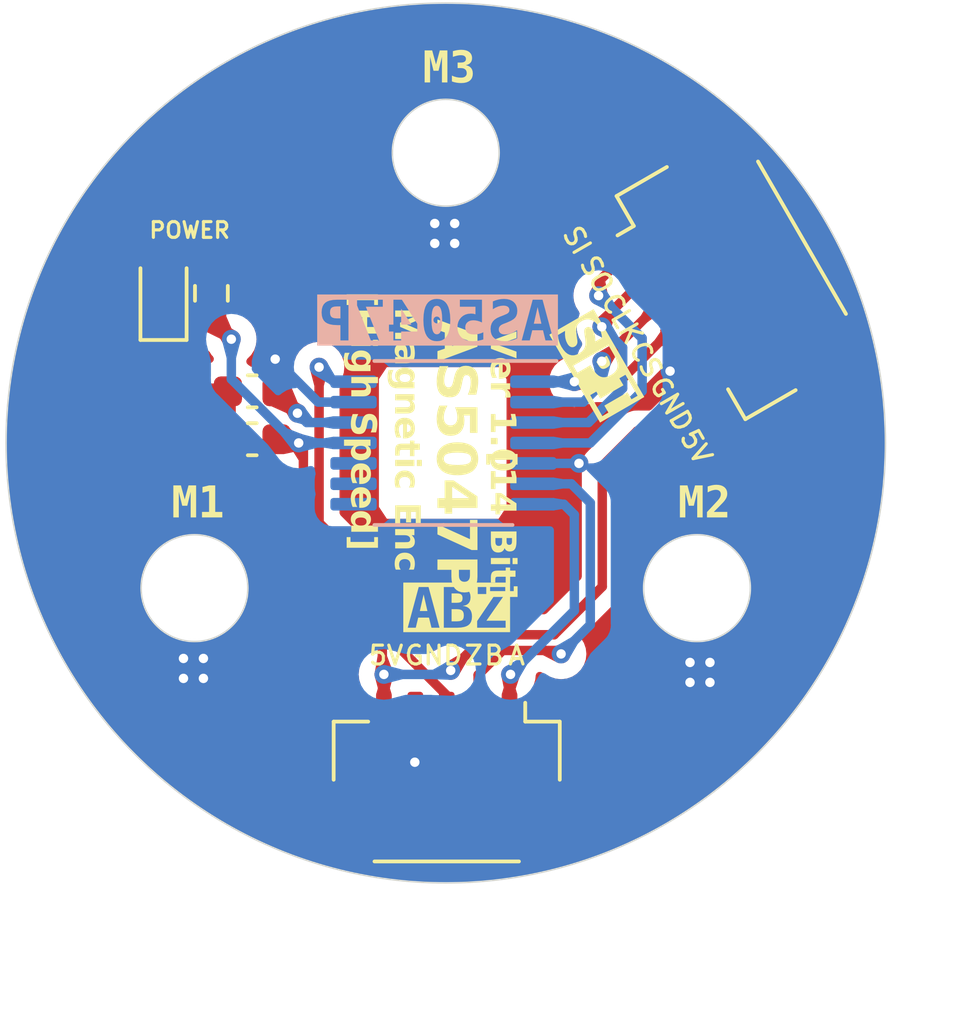
<source format=kicad_pcb>
(kicad_pcb (version 20221018) (generator pcbnew)
  (layers (0 "F.Cu" signal) (31 "B.Cu" signal) (34 "B.Paste" user) (35 "F.Paste" user) (36 "B.SilkS" user "B.Silkscreen") (37 "F.SilkS" user "F.Silkscreen") (38 "B.Mask" user) (39 "F.Mask" user) (44 "Edge.Cuts" user))
  (net 0 "")
  (net 1 "GND")
  (net 2 "+5V")
  (net 3 "Net-(U1-VDD3V3)")
  (net 4 "/A")
  (net 5 "/B")
  (net 6 "/Z")
  (net 7 "/MOSI")
  (net 8 "/MISO")
  (net 9 "/CLK")
  (net 10 "/CS")
  (net 14 "Net-(D1-A)")
  (footprint "LED_SMD:LED_0603_1608Metric" (layer "F.Cu") (at 127.635 92.52 90)
    (fp_text reference "D1" hide)
    (fp_text value "Yellow LED")
    (fp_line (start -1.485 -0.735) (end -1.485 0.735) (stroke (width 0.12)) (layer "F.SilkS"))
    (fp_line (start -1.485 0.735) (end 0.8 0.735) (stroke (width 0.12)) (layer "F.SilkS"))
    (fp_line (start 0.8 -0.735) (end -1.485 -0.735) (stroke (width 0.12)) (layer "F.SilkS"))
    (pad "1" smd roundrect (at -0.7875 0 90) (size 0.875 0.95) (layers "F.Cu" "F.Paste" "F.Mask") (net 1 "GND"))
    (pad "2" smd roundrect (at 0.7875 0 90) (size 0.875 0.95) (layers "F.Cu" "F.Paste" "F.Mask") (net 14 "Net-(D1-A)"))
  )
  (footprint "3rd_Connector_JST_SMD:CONN-SMD_1x6P-P1.0-H_WAFER-SH1.0-6PWB" (layer "F.Cu") (at 145.669 92.075 -60)
    (fp_text reference "J2" hide)
    (fp_text value "CONN_1x5P")
    (fp_line (start -4.1 -0.05) (end -4.1 1.8) (stroke (width 0.12)) (layer "F.SilkS"))
    (fp_line (start -4.1 1.8) (end -3 1.8) (stroke (width 0.12)) (layer "F.SilkS"))
    (fp_line (start -3 1.8) (end -3 2.4) (stroke (width 0.12)) (layer "F.SilkS"))
    (fp_line (start -2.8 -2.65) (end 2.8 -2.65) (stroke (width 0.12)) (layer "F.SilkS"))
    (fp_line (start 4.1 1.8) (end 3 1.8) (stroke (width 0.12)) (layer "F.SilkS"))
    (fp_line (start 4.1 1.8) (end 4.1 -0.05) (stroke (width 0.12)) (layer "F.SilkS"))
    (pad "1" smd roundrect (at -2.5 1.9 300) (size 0.5 1.7) (layers "F.Cu" "F.Paste" "F.Mask") (roundrect_rratio 0.2) (net 7 "/MOSI"))
    (pad "2" smd roundrect (at -1.5 1.9 300) (size 0.5 1.7) (layers "F.Cu" "F.Paste" "F.Mask") (roundrect_rratio 0.1666666667) (net 8 "/MISO"))
    (pad "3" smd roundrect (at -0.5 1.9 300) (size 0.5 1.7) (layers "F.Cu" "F.Paste" "F.Mask") (roundrect_rratio 0.2) (net 9 "/CLK"))
    (pad "4" smd roundrect (at 0.5 1.9 300) (size 0.5 1.7) (layers "F.Cu" "F.Paste" "F.Mask") (roundrect_rratio 0.2) (net 10 "/CS"))
    (pad "5" smd roundrect (at 1.5 1.9 300) (size 0.5 1.7) (layers "F.Cu" "F.Paste" "F.Mask") (roundrect_rratio 0.2) (net 1 "GND"))
    (pad "6" smd roundrect (at 2.5 1.9 300) (size 0.5 1.7) (layers "F.Cu" "F.Paste" "F.Mask") (roundrect_rratio 0.2) (net 2 "+5V"))
    (pad "MP1" smd roundrect (at -3.6 -1.5 300) (size 1.2 2.5) (layers "F.Cu" "F.Paste" "F.Mask") (roundrect_rratio 0.1666666667))
    (pad "MP2" smd roundrect (at 3.6 -1.5 300) (size 1.2 2.5) (layers "F.Cu" "F.Paste" "F.Mask") (roundrect_rratio 0.1666666667))
  )
  (footprint "3rd_Connector_JST_SMD:CONN-SMD_1x5P-P1.0-H_WAFER-SH1.0-5PWB" (layer "F.Cu") (at 136.652 107.95 180)
    (fp_text reference "J1" hide)
    (fp_text value "CONN_1x5P")
    (fp_line (start -3.6 -0.05) (end -3.6 1.8) (stroke (width 0.12)) (layer "F.SilkS"))
    (fp_line (start -3.6 1.8) (end -2.5 1.8) (stroke (width 0.12)) (layer "F.SilkS"))
    (fp_line (start -2.5 1.8) (end -2.5 2.4) (stroke (width 0.12)) (layer "F.SilkS"))
    (fp_line (start -2.3 -2.65) (end 2.3 -2.65) (stroke (width 0.12)) (layer "F.SilkS"))
    (fp_line (start 3.6 1.8) (end 2.5 1.8) (stroke (width 0.12)) (layer "F.SilkS"))
    (fp_line (start 3.6 1.8) (end 3.6 -0.05) (stroke (width 0.12)) (layer "F.SilkS"))
    (pad "1" smd roundrect (at -2 1.9 180) (size 0.5 1.7) (layers "F.Cu" "F.Paste" "F.Mask") (roundrect_rratio 0.2) (net 4 "/A"))
    (pad "2" smd roundrect (at -1 1.9 180) (size 0.5 1.7) (layers "F.Cu" "F.Paste" "F.Mask") (roundrect_rratio 0.2) (net 5 "/B"))
    (pad "3" smd roundrect (at 0 1.9 180) (size 0.5 1.7) (layers "F.Cu" "F.Paste" "F.Mask") (roundrect_rratio 0.2) (net 6 "/Z"))
    (pad "4" smd roundrect (at 1 1.9 180) (size 0.5 1.7) (layers "F.Cu" "F.Paste" "F.Mask") (roundrect_rratio 0.2) (net 1 "GND"))
    (pad "5" smd roundrect (at 2 1.9 180) (size 0.5 1.7) (layers "F.Cu" "F.Paste" "F.Mask") (roundrect_rratio 0.2) (net 2 "+5V"))
    (pad "MP1" smd roundrect (at -3.1 -1.5 180) (size 1.2 2.5) (layers "F.Cu" "F.Paste" "F.Mask") (roundrect_rratio 0.1666666667))
    (pad "MP2" smd roundrect (at 3.1 -1.5 180) (size 1.2 2.5) (layers "F.Cu" "F.Paste" "F.Mask") (roundrect_rratio 0.1666666667))
  )
  (footprint "Resistor_SMD:R_0603_1608Metric" (layer "F.Cu") (at 129.159 92.52 90)
    (fp_text reference "R1" hide)
    (fp_text value "1K")
    (fp_line (start -0.237258 -0.5225) (end 0.237258 -0.5225) (stroke (width 0.12)) (layer "F.SilkS"))
    (fp_line (start -0.237258 0.5225) (end 0.237258 0.5225) (stroke (width 0.12)) (layer "F.SilkS"))
    (pad "1" smd roundrect (at -0.825 0 90) (size 0.8 0.95) (layers "F.Cu" "F.Paste" "F.Mask") (net 2 "+5V"))
    (pad "2" smd roundrect (at 0.825 0 90) (size 0.8 0.95) (layers "F.Cu" "F.Paste" "F.Mask") (net 14 "Net-(D1-A)"))
  )
  (footprint "Capacitor_SMD:C_0603_1608Metric" (layer "F.Cu") (at 130.46 95.639 180)
    (fp_text reference "C2" hide)
    (fp_text value "1uF")
    (fp_line (start -0.14058 -0.51) (end 0.14058 -0.51) (stroke (width 0.12)) (layer "F.SilkS"))
    (fp_line (start -0.14058 0.51) (end 0.14058 0.51) (stroke (width 0.12)) (layer "F.SilkS"))
    (pad "1" smd roundrect (at -0.775 0 180) (size 0.9 0.95) (layers "F.Cu" "F.Paste" "F.Mask") (net 3 "Net-(U1-VDD3V3)"))
    (pad "2" smd roundrect (at 0.775 0 180) (size 0.9 0.95) (layers "F.Cu" "F.Paste" "F.Mask") (net 1 "GND"))
  )
  (footprint "Capacitor_SMD:C_0603_1608Metric" (layer "F.Cu") (at 130.46 97.163)
    (fp_text reference "C1" hide)
    (fp_text value "0.1uF")
    (fp_line (start -0.14058 -0.51) (end 0.14058 -0.51) (stroke (width 0.12)) (layer "F.SilkS"))
    (fp_line (start -0.14058 0.51) (end 0.14058 0.51) (stroke (width 0.12)) (layer "F.SilkS"))
    (pad "1" smd roundrect (at -0.775 0) (size 0.9 0.95) (layers "F.Cu" "F.Paste" "F.Mask") (net 1 "GND"))
    (pad "2" smd roundrect (at 0.775 0) (size 0.9 0.95) (layers "F.Cu" "F.Paste" "F.Mask") (net 2 "+5V"))
  )
  (footprint "Package_SO:TSSOP-14_4.4x5mm_P0.65mm" (layer "B.Cu") (at 136.548 97.282 180)
    (fp_text reference "U1" hide)
    (fp_text value "AS5047D")
    (fp_line (start 0 -2.61) (end -2.2 -2.61) (stroke (width 0.12)) (layer "B.SilkS"))
    (fp_line (start 0 -2.61) (end 2.2 -2.61) (stroke (width 0.12)) (layer "B.SilkS"))
    (fp_line (start 0 2.61) (end -3.6 2.61) (stroke (width 0.12)) (layer "B.SilkS"))
    (fp_line (start 0 2.61) (end 2.2 2.61) (stroke (width 0.12)) (layer "B.SilkS"))
    (pad "1" smd roundrect (at -2.8625 1.95 180) (size 1.475 0.4) (layers "B.Cu" "B.Paste" "B.Mask") (net 10 "/CS"))
    (pad "2" smd roundrect (at -2.8625 1.3 180) (size 1.475 0.4) (layers "B.Cu" "B.Paste" "B.Mask") (net 9 "/CLK"))
    (pad "3" smd roundrect (at -2.8625 0.65 180) (size 1.475 0.4) (layers "B.Cu" "B.Paste" "B.Mask") (net 8 "/MISO"))
    (pad "4" smd roundrect (at -2.8625 0 180) (size 1.475 0.4) (layers "B.Cu" "B.Paste" "B.Mask") (net 7 "/MOSI"))
    (pad "5" smd roundrect (at -2.8625 -0.65 180) (size 1.475 0.4) (layers "B.Cu" "B.Paste" "B.Mask") (net 1 "GND"))
    (pad "6" smd roundrect (at -2.8625 -1.3 180) (size 1.475 0.4) (layers "B.Cu" "B.Paste" "B.Mask") (net 5 "/B"))
    (pad "7" smd roundrect (at -2.8625 -1.95 180) (size 1.475 0.4) (layers "B.Cu" "B.Paste" "B.Mask") (net 4 "/A"))
    (pad "8" smd roundrect (at 2.8625 -1.95 180) (size 1.475 0.4) (layers "B.Cu" "B.Paste" "B.Mask"))
    (pad "9" smd roundrect (at 2.8625 -1.3 180) (size 1.475 0.4) (layers "B.Cu" "B.Paste" "B.Mask"))
    (pad "10" smd roundrect (at 2.8625 -0.65 180) (size 1.475 0.4) (layers "B.Cu" "B.Paste" "B.Mask"))
    (pad "11" smd roundrect (at 2.8625 0 180) (size 1.475 0.4) (layers "B.Cu" "B.Paste" "B.Mask") (net 2 "+5V"))
    (pad "12" smd roundrect (at 2.8625 0.65 180) (size 1.475 0.4) (layers "B.Cu" "B.Paste" "B.Mask") (net 3 "Net-(U1-VDD3V3)"))
    (pad "13" smd roundrect (at 2.8625 1.3 180) (size 1.475 0.4) (layers "B.Cu" "B.Paste" "B.Mask") (net 1 "GND"))
    (pad "14" smd roundrect (at 2.8625 1.95 180) (size 1.475 0.4) (layers "B.Cu" "B.Paste" "B.Mask") (net 6 "/Z"))
  )
  (gr_circle (center 144.620802 101.901802) (end 144.620802 100.201802) (stroke (width 0.05)) (fill none) (layer "Edge.Cuts"))
  (gr_circle (center 128.620802 101.901802) (end 128.620802 100.201802) (stroke (width 0.05)) (fill none) (layer "Edge.Cuts"))
  (gr_circle (center 136.620802 88.045397) (end 136.620802 86.345396) (stroke (width 0.05)) (fill none) (layer "Edge.Cuts"))
  (gr_circle (center 136.620802 97.283) (end 136.620802 83.283) (stroke (width 0.05)) (fill none) (layer "Edge.Cuts"))
  (gr_text "AS5047P" (at 140.081 94.234) (layer "B.SilkS" knockout) (effects (font (size 1.27 1.27) (thickness 0.2) bold) (justify left bottom mirror)))
  (gr_text "M1" (at 127.889 99.822) (layer "F.SilkS") (effects (font (size 1 1) (thickness 0.2) bold) (justify left bottom)))
  (gr_text "SI" (at 140.248867 90.58108 -60) (layer "F.SilkS") (effects (font (size 0.6 0.6) (thickness 0.1)) (justify left bottom)))
  (gr_text "[14 Bit]" (at 137.922 97.536 -90) (layer "F.SilkS") (effects (font (size 0.8 0.8) (thickness 0.1) bold italic) (justify left bottom)))
  (gr_text "CS" (at 142.360161 94.237948 -60) (layer "F.SilkS") (effects (font (size 0.6 0.6) (thickness 0.1)) (justify left bottom)))
  (gr_text "AS5047P" (at 136.144001 93.345003 -90) (layer "F.SilkS") (effects (font (size 1.25 1.25) (thickness 0.1) bold italic) (justify left bottom)))
  (gr_text "SO" (at 140.792569 91.522797 -60) (layer "F.SilkS") (effects (font (size 0.6 0.6) (thickness 0.1)) (justify left bottom)))
  (gr_text "CLK" (at 141.478 92.71 -60) (layer "F.SilkS") (effects (font (size 0.6 0.6) (thickness 0.1)) (justify left bottom)))
  (gr_text "5V" (at 143.98108 97.045461 -60) (layer "F.SilkS") (effects (font (size 0.6 0.6) (thickness 0.1)) (justify left bottom)))
  (gr_text "GND" (at 135.255 104.394) (layer "F.SilkS") (effects (font (size 0.6 0.6) (thickness 0.1)) (justify left bottom)))
  (gr_text "Z" (at 137.16 104.394) (layer "F.SilkS") (effects (font (size 0.6 0.6) (thickness 0.1)) (justify left bottom)))
  (gr_text "GND" (at 143.013845 95.370162 -60) (layer "F.SilkS") (effects (font (size 0.6 0.6) (thickness 0.1)) (justify left bottom)))
  (gr_text "SPI" (at 139.8905 93.885808 -60) (layer "F.SilkS" knockout) (effects (font (size 1.27 1.27) (thickness 0.2) bold) (justify left bottom)))
  (gr_text "ABZ" (at 135.382 103.378) (layer "F.SilkS" knockout) (effects (font (size 1.27 1.27) (thickness 0.2) bold) (justify left bottom)))
  (gr_text "[High Speed]" (at 133.476999 92.456 -90) (layer "F.SilkS") (effects (font (size 0.8 0.8) (thickness 0.1) bold italic) (justify left bottom)))
  (gr_text "Ver 1.0" (at 137.921999 93.726003 -90) (layer "F.SilkS") (effects (font (size 0.8 0.8) (thickness 0.1) bold italic) (justify left bottom)))
  (gr_text "5V" (at 134.112 104.394) (layer "F.SilkS") (effects (font (size 0.6 0.6) (thickness 0.1)) (justify left bottom)))
  (gr_text "POWER" (at 127.127 90.805) (layer "F.SilkS") (effects (font (size 0.5 0.5) (thickness 0.1)) (justify left bottom)))
  (gr_text "B" (at 137.795 104.394) (layer "F.SilkS") (effects (font (size 0.6 0.6) (thickness 0.1)) (justify left bottom)))
  (gr_text "M2" (at 144.018 99.822) (layer "F.SilkS") (effects (font (size 1 1) (thickness 0.2) bold) (justify left bottom)))
  (gr_text "A" (at 138.557 104.394) (layer "F.SilkS") (effects (font (size 0.6 0.6) (thickness 0.1)) (justify left bottom)))
  (gr_text "M3" (at 135.89 85.979) (layer "F.SilkS") (effects (font (size 1 1) (thickness 0.2) bold) (justify left bottom)))
  (gr_text "Magnetic Enc" (at 134.874 92.964 -90) (layer "F.SilkS") (effects (font (size 0.8 0.8) (thickness 0.1) bold italic) (justify left bottom)))
  (segment (start 143.764 94.996) (end 143.891 94.996) (width 0.3) (layer "F.Cu") (net 1))
  (segment (start 135.652 106.05) (end 135.652 107.426) (width 0.3) (layer "F.Cu") (net 1))
  (segment (start 135.652 107.426) (end 135.636 107.442) (width 0.3) (layer "F.Cu") (net 1))
  (segment (start 143.891 94.996) (end 144.562962 94.324038) (width 0.3) (layer "F.Cu") (net 1))
  (segment (start 144.562962 94.324038) (end 144.773552 94.324038) (width 0.3) (layer "F.Cu") (net 1))
  (via (at 143.764 94.996) (size 0.6) (drill 0.3) (layers "F.Cu" "B.Cu") (net 1))
  (via (at 140.863359 97.9315) (size 0.6) (drill 0.3) (layers "F.Cu" "B.Cu") (net 1))
  (via (at 136.906 90.297) (size 0.6) (drill 0.3) (layers "F.Cu" "B.Cu") (net 1))
  (via (at 135.636 107.442) (size 0.6) (drill 0.3) (layers "F.Cu" "B.Cu") (net 1))
  (via (at 136.271 90.297) (size 0.6) (drill 0.3) (layers "F.Cu" "B.Cu") (net 1))
  (via (at 128.27 104.14) (size 0.6) (drill 0.3) (layers "F.Cu" "B.Cu") (net 1))
  (via (at 145.034 104.902) (size 0.6) (drill 0.3) (layers "F.Cu" "B.Cu") (net 1))
  (via (at 128.905 104.14) (size 0.6) (drill 0.3) (layers "F.Cu" "B.Cu") (net 1))
  (via (at 128.27 104.775) (size 0.6) (drill 0.3) (layers "F.Cu" "B.Cu") (net 1))
  (via (at 131.191 94.615) (size 0.6) (drill 0.3) (layers "F.Cu" "B.Cu") (net 1))
  (via (at 128.905 104.775) (size 0.6) (drill 0.3) (layers "F.Cu" "B.Cu") (net 1))
  (via (at 136.271 90.932) (size 0.6) (drill 0.3) (layers "F.Cu" "B.Cu") (net 1))
  (via (at 145.034 104.267) (size 0.6) (drill 0.3) (layers "F.Cu" "B.Cu") (net 1))
  (via (at 144.399 104.267) (size 0.6) (drill 0.3) (layers "F.Cu" "B.Cu") (net 1))
  (via (at 144.399 104.902) (size 0.6) (drill 0.3) (layers "F.Cu" "B.Cu") (net 1))
  (via (at 136.906 90.932) (size 0.6) (drill 0.3) (layers "F.Cu" "B.Cu") (net 1))
  (segment (start 132.558 95.982) (end 133.5355 95.982) (width 0.3) (layer "B.Cu") (net 1))
  (segment (start 140.863359 97.9315) (end 140.862859 97.932) (width 0.3) (layer "B.Cu") (net 1))
  (segment (start 131.191 94.615) (end 132.558 95.982) (width 0.3) (layer "B.Cu") (net 1))
  (segment (start 140.862859 97.932) (end 139.2605 97.932) (width 0.3) (layer "B.Cu") (net 1))
  (segment (start 132.088 97.4315) (end 132.088 100.029107) (width 0.3) (layer "F.Cu") (net 2))
  (segment (start 134.652 104.648) (end 134.652 106.05) (width 0.3) (layer "F.Cu") (net 2))
  (segment (start 131.354 97.282) (end 131.235 97.163) (width 0.3) (layer "F.Cu") (net 2))
  (segment (start 142.717761 96.901) (end 143.409308 96.901) (width 0.3) (layer "F.Cu") (net 2))
  (segment (start 137.914 103.386) (end 140.073 103.386) (width 0.3) (layer "F.Cu") (net 2))
  (segment (start 129.794 93.98) (end 129.159 93.345) (width 0.3) (layer "F.Cu") (net 2))
  (segment (start 131.9385 97.282) (end 132.088 97.4315) (width 0.3) (layer "F.Cu") (net 2))
  (segment (start 131.9385 97.282) (end 131.354 97.282) (width 0.3) (layer "F.Cu") (net 2))
  (segment (start 145.120244 95.190064) (end 145.273552 95.190064) (width 0.3) (layer "F.Cu") (net 2))
  (segment (start 132.088 100.029107) (end 134.602 102.543106) (width 0.3) (layer "F.Cu") (net 2))
  (segment (start 141.605 98.013761) (end 142.717761 96.901) (width 0.3) (layer "F.Cu") (net 2))
  (segment (start 141.605 101.854) (end 141.605 98.013761) (width 0.3) (layer "F.Cu") (net 2))
  (segment (start 143.409308 96.901) (end 145.120244 95.190064) (width 0.3) (layer "F.Cu") (net 2))
  (segment (start 136.779 104.521) (end 137.914 103.386) (width 0.3) (layer "F.Cu") (net 2))
  (segment (start 134.602 104.598) (end 134.652 104.648) (width 0.3) (layer "F.Cu") (net 2))
  (segment (start 140.073 103.386) (end 141.605 101.854) (width 0.3) (layer "F.Cu") (net 2))
  (segment (start 134.602 102.543106) (end 134.602 104.598) (width 0.3) (layer "F.Cu") (net 2))
  (via (at 136.779 104.521) (size 0.6) (drill 0.3) (layers "F.Cu" "B.Cu") (net 2))
  (via (at 131.9385 97.282) (size 0.6) (drill 0.3) (layers "F.Cu" "B.Cu") (net 2))
  (via (at 134.652 104.648) (size 0.6) (drill 0.3) (layers "F.Cu" "B.Cu") (net 2))
  (via (at 129.794 93.98) (size 0.6) (drill 0.3) (layers "F.Cu" "B.Cu") (net 2))
  (segment (start 129.794 95.25) (end 131.826 97.282) (width 0.3) (layer "B.Cu") (net 2))
  (segment (start 136.779 104.521) (end 136.652 104.648) (width 0.3) (layer "B.Cu") (net 2))
  (segment (start 131.9385 97.282) (end 133.5355 97.282) (width 0.3) (layer "B.Cu") (net 2))
  (segment (start 131.826 97.282) (end 131.9385 97.282) (width 0.3) (layer "B.Cu") (net 2))
  (segment (start 136.652 104.648) (end 134.652 104.648) (width 0.3) (layer "B.Cu") (net 2))
  (segment (start 129.794 93.98) (end 129.794 95.25) (width 0.3) (layer "B.Cu") (net 2))
  (segment (start 131.235 95.670975) (end 131.235 95.639) (width 0.3) (layer "F.Cu") (net 3))
  (segment (start 131.899018 96.334993) (end 131.235 95.670975) (width 0.3) (layer "F.Cu") (net 3))
  (via (at 131.899018 96.334993) (size 0.6) (drill 0.3) (layers "F.Cu" "B.Cu") (net 3))
  (segment (start 132.196025 96.632) (end 133.5355 96.632) (width 0.3) (layer "B.Cu") (net 3))
  (segment (start 131.899018 96.334993) (end 132.196025 96.632) (width 0.3) (layer "B.Cu") (net 3))
  (segment (start 138.684 104.902) (end 138.652 104.934) (width 0.3) (layer "F.Cu") (net 4))
  (segment (start 138.652 104.934) (end 138.652 106.05) (width 0.3) (layer "F.Cu") (net 4))
  (segment (start 138.684 104.648) (end 138.684 104.902) (width 0.3) (layer "F.Cu") (net 4))
  (via (at 138.684 104.648) (size 0.6) (drill 0.3) (layers "F.Cu" "B.Cu") (net 4))
  (segment (start 139.2605 99.232) (end 140.38 99.232) (width 0.3) (layer "B.Cu") (net 4))
  (segment (start 140.716 102.616) (end 138.684 104.648) (width 0.3) (layer "B.Cu") (net 4))
  (segment (start 140.38 99.232) (end 140.716 99.568) (width 0.3) (layer "B.Cu") (net 4))
  (segment (start 140.716 99.568) (end 140.716 102.616) (width 0.3) (layer "B.Cu") (net 4))
  (segment (start 137.652 104.664) (end 137.652 106.05) (width 0.3) (layer "F.Cu") (net 5))
  (segment (start 140.294042 103.99673) (end 140.183312 103.886) (width 0.3) (layer "F.Cu") (net 5))
  (segment (start 138.43 103.886) (end 137.652 104.664) (width 0.3) (layer "F.Cu") (net 5))
  (segment (start 140.183312 103.886) (end 138.43 103.886) (width 0.3) (layer "F.Cu") (net 5))
  (via (at 140.294042 103.99673) (size 0.6) (drill 0.3) (layers "F.Cu" "B.Cu") (net 5))
  (segment (start 140.619 98.582) (end 139.2605 98.582) (width 0.3) (layer "B.Cu") (net 5))
  (segment (start 141.224 99.187) (end 140.619 98.582) (width 0.3) (layer "B.Cu") (net 5))
  (segment (start 141.224 103.066772) (end 141.224 99.187) (width 0.3) (layer "B.Cu") (net 5))
  (segment (start 140.294042 103.99673) (end 141.224 103.066772) (width 0.3) (layer "B.Cu") (net 5))
  (segment (start 132.588 99.822) (end 135.128 102.362) (width 0.3) (layer "F.Cu") (net 6))
  (segment (start 136.652 105.313239) (end 136.652 106.05) (width 0.3) (layer "F.Cu") (net 6))
  (segment (start 135.128 102.362) (end 135.128 103.789239) (width 0.3) (layer "F.Cu") (net 6))
  (segment (start 135.128 103.789239) (end 136.652 105.313239) (width 0.3) (layer "F.Cu") (net 6))
  (segment (start 132.588 94.869) (end 132.588 99.822) (width 0.3) (layer "F.Cu") (net 6))
  (via (at 132.588 94.869) (size 0.6) (drill 0.3) (layers "F.Cu" "B.Cu") (net 6))
  (segment (start 133.051 95.332) (end 133.5355 95.332) (width 0.2) (layer "B.Cu") (net 6))
  (segment (start 132.588 94.869) (end 133.051 95.332) (width 0.3) (layer "B.Cu") (net 6))
  (segment (start 141.487991 92.145497) (end 142.773552 90.859936) (width 0.3) (layer "F.Cu") (net 7))
  (segment (start 141.487991 92.592991) (end 141.487991 92.145497) (width 0.3) (layer "F.Cu") (net 7))
  (via (at 141.487991 92.592991) (size 0.6) (drill 0.3) (layers "F.Cu" "B.Cu") (net 7))
  (segment (start 141.487991 92.592991) (end 141.51823 92.592991) (width 0.3) (layer "B.Cu") (net 7))
  (segment (start 142.875 95.631) (end 141.224 97.282) (width 0.3) (layer "B.Cu") (net 7))
  (segment (start 142.875 93.949761) (end 142.875 95.631) (width 0.3) (layer "B.Cu") (net 7))
  (segment (start 141.51823 92.592991) (end 142.875 93.949761) (width 0.3) (layer "B.Cu") (net 7))
  (segment (start 141.224 97.282) (end 139.2605 97.282) (width 0.3) (layer "B.Cu") (net 7))
  (segment (start 141.590234 93.584234) (end 141.590234 93.40928) (width 0.3) (layer "F.Cu") (net 8))
  (segment (start 141.590234 93.40928) (end 143.273552 91.725962) (width 0.3) (layer "F.Cu") (net 8))
  (via (at 141.590234 93.584234) (size 0.6) (drill 0.3) (layers "F.Cu" "B.Cu") (net 8))
  (segment (start 141.590234 93.584234) (end 142.255 94.249) (width 0.3) (layer "B.Cu") (net 8))
  (segment (start 142.255 94.249) (end 142.255 95.543894) (width 0.3) (layer "B.Cu") (net 8))
  (segment (start 141.166894 96.632) (end 139.2605 96.632) (width 0.3) (layer "B.Cu") (net 8))
  (segment (start 142.255 95.543894) (end 141.166894 96.632) (width 0.3) (layer "B.Cu") (net 8))
  (segment (start 141.590233 94.6825) (end 143.680746 92.591987) (width 0.3) (layer "F.Cu") (net 9))
  (segment (start 143.680746 92.591987) (end 143.773552 92.591987) (width 0.3) (layer "F.Cu") (net 9))
  (via (at 141.590233 94.6825) (size 0.6) (drill 0.3) (layers "F.Cu" "B.Cu") (net 9))
  (segment (start 141.590233 95.391767) (end 141 95.982) (width 0.3) (layer "B.Cu") (net 9))
  (segment (start 141 95.982) (end 139.2605 95.982) (width 0.3) (layer "B.Cu") (net 9))
  (segment (start 141.590233 94.6825) (end 141.590233 95.391767) (width 0.3) (layer "B.Cu") (net 9))
  (segment (start 142.158 95.332) (end 144.031987 93.458013) (width 0.3) (layer "F.Cu") (net 10))
  (segment (start 140.716 95.332) (end 142.158 95.332) (width 0.3) (layer "F.Cu") (net 10))
  (segment (start 144.031987 93.458013) (end 144.273552 93.458013) (width 0.3) (layer "F.Cu") (net 10))
  (via (at 140.716 95.332) (size 0.6) (drill 0.3) (layers "F.Cu" "B.Cu") (net 10))
  (segment (start 140.716 95.332) (end 139.2605 95.332) (width 0.3) (layer "B.Cu") (net 10))
  (segment (start 127.635 91.7325) (end 129.1215 91.7325) (width 0.3) (layer "F.Cu") (net 14))
  (segment (start 129.1215 91.7325) (end 129.159 91.695) (width 0.3) (layer "F.Cu") (net 14))
  (zone (net 0) (net_name "") (layer "F.Cu") (connect_pads (clearance 0)) (min_thickness 0.25)
    (keepout (tracks not_allowed) (vias not_allowed) (pads not_allowed) (copperpour not_allowed) (footprints allowed))
    (fill (thermal_gap 0.5) (thermal_bridge_width 0.5))
    (polygon (pts (xy 134.493 95.25) (xy 134.747 94.869) (xy 138.303 94.869) (xy 138.557 95.25) (xy 138.557 99.314) (xy 138.303 99.695) (xy 134.747 99.695) (xy 134.493 99.314)))
  )
  (zone (net 1) (net_name "GND") (layer "F.Cu") (connect_pads (clearance 0.5)) (min_thickness 0.25) (fill yes (thermal_gap 0.5) (thermal_bridge_width 0.5))
    (polygon (pts (xy 122.428 83.185) (xy 151.003 83.185) (xy 151.003 111.506) (xy 122.428 111.506)))
  )
  (zone (net 1) (net_name "GND") (layer "B.Cu") (priority 1) (connect_pads (clearance 0.5)) (min_thickness 0.25) (fill yes (thermal_gap 0.5) (thermal_bridge_width 0.5))
    (polygon (pts (xy 122.428 83.185) (xy 151.003 83.185) (xy 151.003 111.506) (xy 122.428 111.506)))
  )
  (zone (net 0) (net_name "") (layer "B.Cu") (connect_pads (clearance 0)) (min_thickness 0.25)
    (keepout (tracks not_allowed) (vias not_allowed) (pads not_allowed) (copperpour not_allowed) (footprints allowed))
    (fill (thermal_gap 0.5) (thermal_bridge_width 0.5))
    (polygon (pts (xy 134.747 94.869) (xy 138.303 94.869) (xy 138.557 95.25) (xy 138.557 99.314) (xy 138.303 99.695) (xy 134.747 99.695) (xy 134.493 99.314) (xy 134.493 95.25)))
  )
)
</source>
